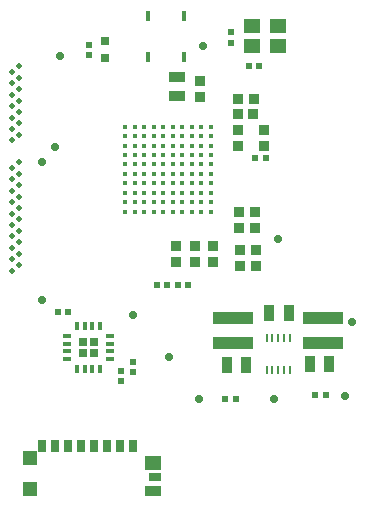
<source format=gbr>
G04 #@! TF.GenerationSoftware,KiCad,Pcbnew,(5.1.0)-1*
G04 #@! TF.CreationDate,2019-07-08T11:08:24-07:00*
G04 #@! TF.ProjectId,MiniScope_V4,4d696e69-5363-46f7-9065-5f56342e6b69,rev?*
G04 #@! TF.SameCoordinates,Original*
G04 #@! TF.FileFunction,Paste,Top*
G04 #@! TF.FilePolarity,Positive*
%FSLAX46Y46*%
G04 Gerber Fmt 4.6, Leading zero omitted, Abs format (unit mm)*
G04 Created by KiCad (PCBNEW (5.1.0)-1) date 2019-07-08 11:08:24*
%MOMM*%
%LPD*%
G04 APERTURE LIST*
%ADD10C,0.370000*%
%ADD11R,0.490000X0.560000*%
%ADD12C,0.700000*%
%ADD13R,0.870000X0.810000*%
%ADD14R,0.810000X0.870000*%
%ADD15R,0.890000X0.920000*%
%ADD16R,0.740000X0.740000*%
%ADD17R,0.420000X0.420000*%
%ADD18R,0.740000X0.320000*%
%ADD19R,0.320000X0.740000*%
%ADD20R,1.400000X0.900000*%
%ADD21R,1.000000X0.700000*%
%ADD22R,1.450000X1.200000*%
%ADD23R,0.700000X1.000000*%
%ADD24R,1.150000X1.200000*%
%ADD25R,3.400000X1.000000*%
%ADD26R,0.580000X0.630000*%
%ADD27C,0.508000*%
%ADD28R,0.260000X0.660000*%
%ADD29R,0.370000X0.810000*%
%ADD30R,0.560000X0.490000*%
%ADD31R,0.710000X0.770000*%
%ADD32R,1.400000X1.200000*%
%ADD33R,0.630000X0.580000*%
%ADD34R,0.930000X1.320000*%
%ADD35R,1.320000X0.930000*%
G04 APERTURE END LIST*
D10*
X137522400Y-108019400D03*
X137522400Y-107219400D03*
X137522400Y-106419400D03*
X137522400Y-105619400D03*
X137522400Y-104819400D03*
X137522400Y-104019400D03*
X137522400Y-103219400D03*
X137522400Y-102419400D03*
X137522400Y-101619400D03*
X137522400Y-100819400D03*
X138322400Y-108019400D03*
X138322400Y-107219400D03*
X138322400Y-106419400D03*
X138322400Y-105619400D03*
X138322400Y-104819400D03*
X138322400Y-104019400D03*
X138322400Y-103219400D03*
X138322400Y-102419400D03*
X138322400Y-101619400D03*
X138322400Y-100819400D03*
X139122400Y-108019400D03*
X139122400Y-107219400D03*
X139122400Y-106419400D03*
X139122400Y-105619400D03*
X139122400Y-104819400D03*
X139122400Y-104019400D03*
X139122400Y-103219400D03*
X139122400Y-102419400D03*
X139122400Y-101619400D03*
X139122400Y-100819400D03*
X139922400Y-108019400D03*
X139922400Y-107219400D03*
X139922400Y-106419400D03*
X139922400Y-105619400D03*
X139922400Y-104819400D03*
X139922400Y-104019400D03*
X139922400Y-103219400D03*
X139922400Y-102419400D03*
X139922400Y-101619400D03*
X139922400Y-100819400D03*
X140722400Y-108019400D03*
X140722400Y-107219400D03*
X140722400Y-106419400D03*
X140722400Y-105619400D03*
X140722400Y-104819400D03*
X140722400Y-104019400D03*
X140722400Y-103219400D03*
X140722400Y-102419400D03*
X140722400Y-101619400D03*
X140722400Y-100819400D03*
X141522400Y-108019400D03*
X141522400Y-107219400D03*
X141522400Y-106419400D03*
X141522400Y-105619400D03*
X141522400Y-104819400D03*
X141522400Y-104019400D03*
X141522400Y-103219400D03*
X141522400Y-102419400D03*
X141522400Y-101619400D03*
X141522400Y-100819400D03*
X142322400Y-108019400D03*
X142322400Y-107219400D03*
X142322400Y-106419400D03*
X142322400Y-105619400D03*
X142322400Y-104819400D03*
X142322400Y-104019400D03*
X142322400Y-103219400D03*
X142322400Y-102419400D03*
X142322400Y-101619400D03*
X142322400Y-100819400D03*
X143122400Y-108019400D03*
X143122400Y-107219400D03*
X143122400Y-106419400D03*
X143122400Y-105619400D03*
X143122400Y-104819400D03*
X143122400Y-104019400D03*
X143122400Y-103219400D03*
X143122400Y-102419400D03*
X143122400Y-101619400D03*
X143122400Y-100819400D03*
X143922400Y-108019400D03*
X143922400Y-107219400D03*
X143922400Y-106419400D03*
X143922400Y-105619400D03*
X143922400Y-104819400D03*
X143922400Y-104019400D03*
X143922400Y-103219400D03*
X143922400Y-102419400D03*
X143922400Y-101619400D03*
X143922400Y-100819400D03*
X144722400Y-108019400D03*
X144722400Y-107219400D03*
X144722400Y-106419400D03*
X144722400Y-105619400D03*
X144722400Y-104819400D03*
X144722400Y-104019400D03*
X144722400Y-103219400D03*
X144722400Y-102419400D03*
X144722400Y-101619400D03*
X144722400Y-100819400D03*
D11*
X145970000Y-123870000D03*
X146880000Y-123870000D03*
X154460000Y-123550000D03*
X153550000Y-123550000D03*
D12*
X150444200Y-110299500D03*
D13*
X147070399Y-102418041D03*
X147070399Y-101058041D03*
D14*
X148390440Y-98460560D03*
X147030440Y-98460560D03*
D15*
X148351240Y-99776280D03*
X147021240Y-99776280D03*
D12*
X141173200Y-120319800D03*
X144094200Y-94005400D03*
X132003800Y-94792800D03*
X131572000Y-102514400D03*
X130420000Y-103830000D03*
X143764000Y-123901200D03*
X156133800Y-123596400D03*
X150063200Y-123901200D03*
X156700000Y-117330000D03*
X138150600Y-116738400D03*
X130429000Y-115519200D03*
D13*
X149280399Y-102418041D03*
X149280399Y-101058041D03*
D16*
X134866400Y-120002200D03*
X134866400Y-119052200D03*
X133916400Y-120002200D03*
X133916400Y-119052200D03*
D17*
X134866400Y-120002200D03*
X134866400Y-119052200D03*
X133916400Y-120002200D03*
X133916400Y-119052200D03*
D18*
X136186400Y-118552200D03*
X136186400Y-119202200D03*
X136186400Y-119852200D03*
X136186400Y-120502200D03*
D19*
X135366400Y-121322200D03*
X134716400Y-121322200D03*
X134066400Y-121322200D03*
X133416400Y-121322200D03*
D18*
X132596400Y-120502200D03*
X132596400Y-119852200D03*
X132596400Y-119202200D03*
X132596400Y-118552200D03*
D19*
X133416400Y-117732200D03*
X134066400Y-117732200D03*
X134716400Y-117732200D03*
X135366400Y-117732200D03*
D20*
X139840600Y-131628200D03*
D21*
X140040600Y-130478200D03*
D22*
X139815600Y-129328200D03*
D23*
X138190600Y-127838200D03*
X137090600Y-127838200D03*
X131590600Y-127838200D03*
X132690600Y-127838200D03*
X135990600Y-127838200D03*
X134890600Y-127838200D03*
X133790600Y-127838200D03*
X130490600Y-127838200D03*
D24*
X129415600Y-128888200D03*
X129415600Y-131478200D03*
D25*
X154279600Y-119153360D03*
X154279600Y-117053360D03*
D26*
X147962120Y-95676720D03*
X148852120Y-95676720D03*
D27*
X127890000Y-113010000D03*
X128499600Y-112527401D03*
X127890000Y-112044801D03*
X128499600Y-111562202D03*
X127890000Y-111079602D03*
X128499600Y-110597003D03*
X127890000Y-110114403D03*
X128499600Y-109631804D03*
X127890000Y-109149204D03*
X128499600Y-108666605D03*
X127890000Y-108184005D03*
X128499600Y-107701406D03*
X127890000Y-107218806D03*
X128499600Y-106736207D03*
X127890000Y-106253607D03*
X128499600Y-105771008D03*
X127890000Y-105288408D03*
X128499600Y-104805809D03*
X127890000Y-104323209D03*
X128499600Y-103840610D03*
X128498600Y-95707203D03*
X127889000Y-96189802D03*
X128498600Y-96672402D03*
X127889000Y-97155001D03*
X128498600Y-97637601D03*
X127889000Y-98120200D03*
X128498600Y-98602800D03*
X127889000Y-99085399D03*
X128498600Y-99567999D03*
X127889000Y-100050598D03*
X128498600Y-100533198D03*
X127889000Y-101015797D03*
X128498600Y-101498397D03*
X127889000Y-101980996D03*
D28*
X149469600Y-118730800D03*
X149969600Y-118730800D03*
X150469600Y-118730800D03*
X150969600Y-118730800D03*
X151469600Y-118730800D03*
X151469600Y-121400800D03*
X150969600Y-121400800D03*
X150469600Y-121400800D03*
X149969600Y-121400800D03*
X149469600Y-121400800D03*
D29*
X139444600Y-91483000D03*
X142444600Y-91483000D03*
X142444600Y-94953000D03*
X139444600Y-94953000D03*
D11*
X140161600Y-114236500D03*
X141071600Y-114236500D03*
X142840120Y-114244120D03*
X141930120Y-114244120D03*
D30*
X134467600Y-94788400D03*
X134467600Y-93878400D03*
D31*
X135788400Y-93580200D03*
X135788400Y-95040200D03*
D32*
X148226600Y-92266400D03*
X150426600Y-92266400D03*
X150426600Y-93966400D03*
X148226600Y-93966400D03*
D25*
X146613880Y-119122880D03*
X146613880Y-117022880D03*
D15*
X147167600Y-109397800D03*
X148497600Y-109397800D03*
D33*
X138176000Y-120738400D03*
X138176000Y-121628400D03*
X137185400Y-121475000D03*
X137185400Y-122365000D03*
D26*
X131797560Y-116499640D03*
X132687560Y-116499640D03*
D34*
X147769160Y-121025920D03*
X146129160Y-121025920D03*
X153132360Y-120929400D03*
X154772360Y-120929400D03*
X149693200Y-116555520D03*
X151333200Y-116555520D03*
D14*
X148595080Y-112603280D03*
X147235080Y-112603280D03*
D35*
X141859000Y-96581800D03*
X141859000Y-98221800D03*
D14*
X148595080Y-111282480D03*
X147235080Y-111282480D03*
D13*
X143840200Y-96938000D03*
X143840200Y-98298000D03*
D14*
X148502200Y-108077000D03*
X147142200Y-108077000D03*
D13*
X141838680Y-112257120D03*
X141838680Y-110897120D03*
X143388080Y-112287600D03*
X143388080Y-110927600D03*
X144912080Y-112262200D03*
X144912080Y-110902200D03*
D33*
X146461480Y-93708720D03*
X146461480Y-92818720D03*
D26*
X148500100Y-103479600D03*
X149390100Y-103479600D03*
M02*

</source>
